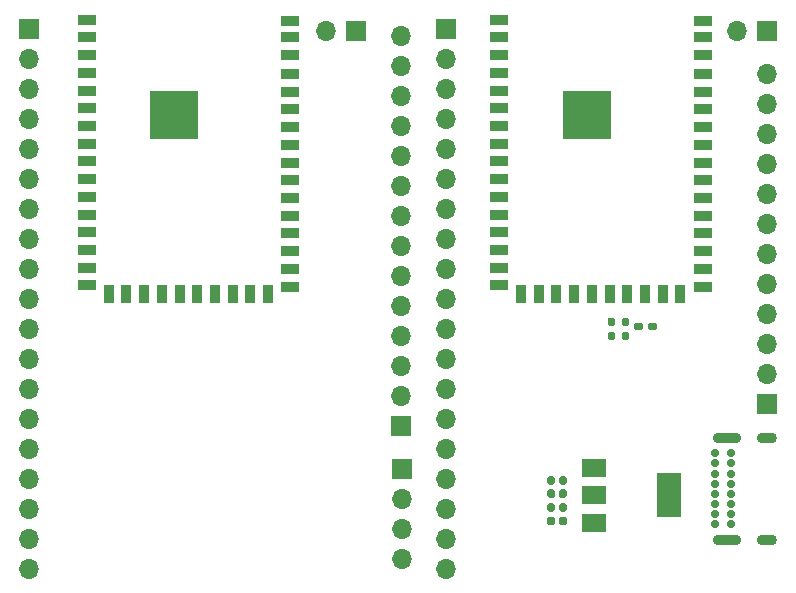
<source format=gbr>
%TF.GenerationSoftware,KiCad,Pcbnew,(5.1.6)-1*%
%TF.CreationDate,2020-10-06T21:24:19+08:00*%
%TF.ProjectId,esp32,65737033-322e-46b6-9963-61645f706362,rev?*%
%TF.SameCoordinates,Original*%
%TF.FileFunction,Soldermask,Top*%
%TF.FilePolarity,Negative*%
%FSLAX46Y46*%
G04 Gerber Fmt 4.6, Leading zero omitted, Abs format (unit mm)*
G04 Created by KiCad (PCBNEW (5.1.6)-1) date 2020-10-06 21:24:19*
%MOMM*%
%LPD*%
G01*
G04 APERTURE LIST*
%ADD10O,1.700000X1.700000*%
%ADD11R,1.700000X1.700000*%
%ADD12R,1.500000X0.900000*%
%ADD13R,0.900000X1.500000*%
%ADD14R,4.100000X4.100000*%
%ADD15R,2.000000X1.500000*%
%ADD16R,2.000000X3.800000*%
%ADD17O,1.700000X0.900000*%
%ADD18O,2.400000X0.900000*%
%ADD19C,0.700000*%
G04 APERTURE END LIST*
D10*
%TO.C,REF\u002A\u002A*%
X150600000Y-68020000D03*
X150600000Y-65480000D03*
X150600000Y-62940000D03*
D11*
X150600000Y-60400000D03*
%TD*%
D10*
%TO.C,J4*%
X150500000Y-23680000D03*
X150500000Y-26220000D03*
X150500000Y-28760000D03*
X150500000Y-31300000D03*
X150500000Y-33840000D03*
X150500000Y-36380000D03*
X150500000Y-38920000D03*
X150500000Y-41460000D03*
X150500000Y-44000000D03*
X150500000Y-46540000D03*
X150500000Y-49080000D03*
X150500000Y-51620000D03*
X150500000Y-54160000D03*
D11*
X150500000Y-56700000D03*
%TD*%
D10*
%TO.C,J1*%
X154300000Y-68820000D03*
X154300000Y-66280000D03*
X154300000Y-63740000D03*
X154300000Y-61200000D03*
X154300000Y-58660000D03*
X154300000Y-56120000D03*
X154300000Y-53580000D03*
X154300000Y-51040000D03*
X154300000Y-48500000D03*
X154300000Y-45960000D03*
X154300000Y-43420000D03*
X154300000Y-40880000D03*
X154300000Y-38340000D03*
X154300000Y-35800000D03*
X154300000Y-33260000D03*
X154300000Y-30720000D03*
X154300000Y-28180000D03*
X154300000Y-25640000D03*
D11*
X154300000Y-23100000D03*
%TD*%
D10*
%TO.C,J5*%
X119000000Y-68820000D03*
X119000000Y-66280000D03*
X119000000Y-63740000D03*
X119000000Y-61200000D03*
X119000000Y-58660000D03*
X119000000Y-56120000D03*
X119000000Y-53580000D03*
X119000000Y-51040000D03*
X119000000Y-48500000D03*
X119000000Y-45960000D03*
X119000000Y-43420000D03*
X119000000Y-40880000D03*
X119000000Y-38340000D03*
X119000000Y-35800000D03*
X119000000Y-33260000D03*
X119000000Y-30720000D03*
X119000000Y-28180000D03*
X119000000Y-25640000D03*
D11*
X119000000Y-23100000D03*
%TD*%
D12*
%TO.C,U3*%
X123875000Y-22325000D03*
X123875000Y-43325000D03*
X123875000Y-44825000D03*
D13*
X125750000Y-45575000D03*
X127250000Y-45575000D03*
X128750000Y-45575000D03*
X130250000Y-45575000D03*
X131750000Y-45575000D03*
X133250000Y-45575000D03*
X134750000Y-45575000D03*
X136250000Y-45575000D03*
D12*
X123875000Y-23825000D03*
X123875000Y-25325000D03*
X123875000Y-26825000D03*
X123875000Y-28325000D03*
X123875000Y-29825000D03*
X123875000Y-31325000D03*
X123875000Y-32825000D03*
X123875000Y-34325000D03*
X123875000Y-35825000D03*
X123875000Y-37325000D03*
X123875000Y-38825000D03*
X123875000Y-40325000D03*
X123875000Y-41825000D03*
X141125000Y-28425000D03*
X141125000Y-29925000D03*
X141125000Y-31425000D03*
X141125000Y-32925000D03*
X141125000Y-34425000D03*
X141125000Y-35925000D03*
X141125000Y-37425000D03*
X141125000Y-38925000D03*
X141125000Y-40425000D03*
X141125000Y-41925000D03*
X141125000Y-43425000D03*
X141125000Y-44925000D03*
D13*
X139250000Y-45575000D03*
X137750000Y-45575000D03*
D12*
X141125000Y-26925000D03*
X141125000Y-25325000D03*
X141125000Y-23825000D03*
X141125000Y-22425000D03*
D14*
X131310000Y-30365000D03*
%TD*%
D15*
%TO.C,U2*%
X166850000Y-60300000D03*
X166850000Y-64900000D03*
X166850000Y-62600000D03*
D16*
X173150000Y-62600000D03*
%TD*%
D12*
%TO.C,U1*%
X158775000Y-22325000D03*
X158775000Y-43325000D03*
X158775000Y-44825000D03*
D13*
X160650000Y-45575000D03*
X162150000Y-45575000D03*
X163650000Y-45575000D03*
X165150000Y-45575000D03*
X166650000Y-45575000D03*
X168150000Y-45575000D03*
X169650000Y-45575000D03*
X171150000Y-45575000D03*
D12*
X158775000Y-23825000D03*
X158775000Y-25325000D03*
X158775000Y-26825000D03*
X158775000Y-28325000D03*
X158775000Y-29825000D03*
X158775000Y-31325000D03*
X158775000Y-32825000D03*
X158775000Y-34325000D03*
X158775000Y-35825000D03*
X158775000Y-37325000D03*
X158775000Y-38825000D03*
X158775000Y-40325000D03*
X158775000Y-41825000D03*
X176025000Y-28425000D03*
X176025000Y-29925000D03*
X176025000Y-31425000D03*
X176025000Y-32925000D03*
X176025000Y-34425000D03*
X176025000Y-35925000D03*
X176025000Y-37425000D03*
X176025000Y-38925000D03*
X176025000Y-40425000D03*
X176025000Y-41925000D03*
X176025000Y-43425000D03*
X176025000Y-44925000D03*
D13*
X174150000Y-45575000D03*
X172650000Y-45575000D03*
D12*
X176025000Y-26925000D03*
X176025000Y-25325000D03*
X176025000Y-23825000D03*
X176025000Y-22425000D03*
D14*
X166210000Y-30365000D03*
%TD*%
%TO.C,R3*%
G36*
G01*
X171440000Y-48460000D02*
X171440000Y-48140000D01*
G75*
G02*
X171600000Y-47980000I160000J0D01*
G01*
X171995000Y-47980000D01*
G75*
G02*
X172155000Y-48140000I0J-160000D01*
G01*
X172155000Y-48460000D01*
G75*
G02*
X171995000Y-48620000I-160000J0D01*
G01*
X171600000Y-48620000D01*
G75*
G02*
X171440000Y-48460000I0J160000D01*
G01*
G37*
G36*
G01*
X170245000Y-48460000D02*
X170245000Y-48140000D01*
G75*
G02*
X170405000Y-47980000I160000J0D01*
G01*
X170800000Y-47980000D01*
G75*
G02*
X170960000Y-48140000I0J-160000D01*
G01*
X170960000Y-48460000D01*
G75*
G02*
X170800000Y-48620000I-160000J0D01*
G01*
X170405000Y-48620000D01*
G75*
G02*
X170245000Y-48460000I0J160000D01*
G01*
G37*
%TD*%
%TO.C,R2*%
G36*
G01*
X169340000Y-48740000D02*
X169660000Y-48740000D01*
G75*
G02*
X169820000Y-48900000I0J-160000D01*
G01*
X169820000Y-49295000D01*
G75*
G02*
X169660000Y-49455000I-160000J0D01*
G01*
X169340000Y-49455000D01*
G75*
G02*
X169180000Y-49295000I0J160000D01*
G01*
X169180000Y-48900000D01*
G75*
G02*
X169340000Y-48740000I160000J0D01*
G01*
G37*
G36*
G01*
X169340000Y-47545000D02*
X169660000Y-47545000D01*
G75*
G02*
X169820000Y-47705000I0J-160000D01*
G01*
X169820000Y-48100000D01*
G75*
G02*
X169660000Y-48260000I-160000J0D01*
G01*
X169340000Y-48260000D01*
G75*
G02*
X169180000Y-48100000I0J160000D01*
G01*
X169180000Y-47705000D01*
G75*
G02*
X169340000Y-47545000I160000J0D01*
G01*
G37*
%TD*%
%TO.C,R1*%
G36*
G01*
X168140000Y-48740000D02*
X168460000Y-48740000D01*
G75*
G02*
X168620000Y-48900000I0J-160000D01*
G01*
X168620000Y-49295000D01*
G75*
G02*
X168460000Y-49455000I-160000J0D01*
G01*
X168140000Y-49455000D01*
G75*
G02*
X167980000Y-49295000I0J160000D01*
G01*
X167980000Y-48900000D01*
G75*
G02*
X168140000Y-48740000I160000J0D01*
G01*
G37*
G36*
G01*
X168140000Y-47545000D02*
X168460000Y-47545000D01*
G75*
G02*
X168620000Y-47705000I0J-160000D01*
G01*
X168620000Y-48100000D01*
G75*
G02*
X168460000Y-48260000I-160000J0D01*
G01*
X168140000Y-48260000D01*
G75*
G02*
X167980000Y-48100000I0J160000D01*
G01*
X167980000Y-47705000D01*
G75*
G02*
X168140000Y-47545000I160000J0D01*
G01*
G37*
%TD*%
D17*
%TO.C,P1*%
X181460000Y-57700000D03*
X181460000Y-66350000D03*
D18*
X178080000Y-57700000D03*
X178080000Y-66350000D03*
D19*
X178450000Y-61600000D03*
X178450000Y-59050000D03*
X178450000Y-59900000D03*
X178450000Y-60750000D03*
X178450000Y-65000000D03*
X178450000Y-63300000D03*
X178450000Y-62450000D03*
X178450000Y-64150000D03*
X177100000Y-59050000D03*
X177100000Y-59900000D03*
X177100000Y-60750000D03*
X177100000Y-61600000D03*
X177100000Y-62450000D03*
X177100000Y-63300000D03*
X177100000Y-64150000D03*
X177100000Y-65000000D03*
%TD*%
D10*
%TO.C,J6*%
X144160000Y-23300000D03*
D11*
X146700000Y-23300000D03*
%TD*%
D10*
%TO.C,J3*%
X181500000Y-26960000D03*
X181500000Y-29500000D03*
X181500000Y-32040000D03*
X181500000Y-34580000D03*
X181500000Y-37120000D03*
X181500000Y-39660000D03*
X181500000Y-42200000D03*
X181500000Y-44740000D03*
X181500000Y-47280000D03*
X181500000Y-49820000D03*
X181500000Y-52360000D03*
D11*
X181500000Y-54900000D03*
%TD*%
D10*
%TO.C,J2*%
X178960000Y-23300000D03*
D11*
X181500000Y-23300000D03*
%TD*%
%TO.C,C4*%
G36*
G01*
X163355000Y-61700000D02*
X163045000Y-61700000D01*
G75*
G02*
X162890000Y-61545000I0J155000D01*
G01*
X162890000Y-61120000D01*
G75*
G02*
X163045000Y-60965000I155000J0D01*
G01*
X163355000Y-60965000D01*
G75*
G02*
X163510000Y-61120000I0J-155000D01*
G01*
X163510000Y-61545000D01*
G75*
G02*
X163355000Y-61700000I-155000J0D01*
G01*
G37*
G36*
G01*
X163355000Y-62835000D02*
X163045000Y-62835000D01*
G75*
G02*
X162890000Y-62680000I0J155000D01*
G01*
X162890000Y-62255000D01*
G75*
G02*
X163045000Y-62100000I155000J0D01*
G01*
X163355000Y-62100000D01*
G75*
G02*
X163510000Y-62255000I0J-155000D01*
G01*
X163510000Y-62680000D01*
G75*
G02*
X163355000Y-62835000I-155000J0D01*
G01*
G37*
%TD*%
%TO.C,C3*%
G36*
G01*
X164355000Y-61700000D02*
X164045000Y-61700000D01*
G75*
G02*
X163890000Y-61545000I0J155000D01*
G01*
X163890000Y-61120000D01*
G75*
G02*
X164045000Y-60965000I155000J0D01*
G01*
X164355000Y-60965000D01*
G75*
G02*
X164510000Y-61120000I0J-155000D01*
G01*
X164510000Y-61545000D01*
G75*
G02*
X164355000Y-61700000I-155000J0D01*
G01*
G37*
G36*
G01*
X164355000Y-62835000D02*
X164045000Y-62835000D01*
G75*
G02*
X163890000Y-62680000I0J155000D01*
G01*
X163890000Y-62255000D01*
G75*
G02*
X164045000Y-62100000I155000J0D01*
G01*
X164355000Y-62100000D01*
G75*
G02*
X164510000Y-62255000I0J-155000D01*
G01*
X164510000Y-62680000D01*
G75*
G02*
X164355000Y-62835000I-155000J0D01*
G01*
G37*
%TD*%
%TO.C,C2*%
G36*
G01*
X164355000Y-64000000D02*
X164045000Y-64000000D01*
G75*
G02*
X163890000Y-63845000I0J155000D01*
G01*
X163890000Y-63420000D01*
G75*
G02*
X164045000Y-63265000I155000J0D01*
G01*
X164355000Y-63265000D01*
G75*
G02*
X164510000Y-63420000I0J-155000D01*
G01*
X164510000Y-63845000D01*
G75*
G02*
X164355000Y-64000000I-155000J0D01*
G01*
G37*
G36*
G01*
X164355000Y-65135000D02*
X164045000Y-65135000D01*
G75*
G02*
X163890000Y-64980000I0J155000D01*
G01*
X163890000Y-64555000D01*
G75*
G02*
X164045000Y-64400000I155000J0D01*
G01*
X164355000Y-64400000D01*
G75*
G02*
X164510000Y-64555000I0J-155000D01*
G01*
X164510000Y-64980000D01*
G75*
G02*
X164355000Y-65135000I-155000J0D01*
G01*
G37*
%TD*%
%TO.C,C1*%
G36*
G01*
X163355000Y-64000000D02*
X163045000Y-64000000D01*
G75*
G02*
X162890000Y-63845000I0J155000D01*
G01*
X162890000Y-63420000D01*
G75*
G02*
X163045000Y-63265000I155000J0D01*
G01*
X163355000Y-63265000D01*
G75*
G02*
X163510000Y-63420000I0J-155000D01*
G01*
X163510000Y-63845000D01*
G75*
G02*
X163355000Y-64000000I-155000J0D01*
G01*
G37*
G36*
G01*
X163355000Y-65135000D02*
X163045000Y-65135000D01*
G75*
G02*
X162890000Y-64980000I0J155000D01*
G01*
X162890000Y-64555000D01*
G75*
G02*
X163045000Y-64400000I155000J0D01*
G01*
X163355000Y-64400000D01*
G75*
G02*
X163510000Y-64555000I0J-155000D01*
G01*
X163510000Y-64980000D01*
G75*
G02*
X163355000Y-65135000I-155000J0D01*
G01*
G37*
%TD*%
M02*

</source>
